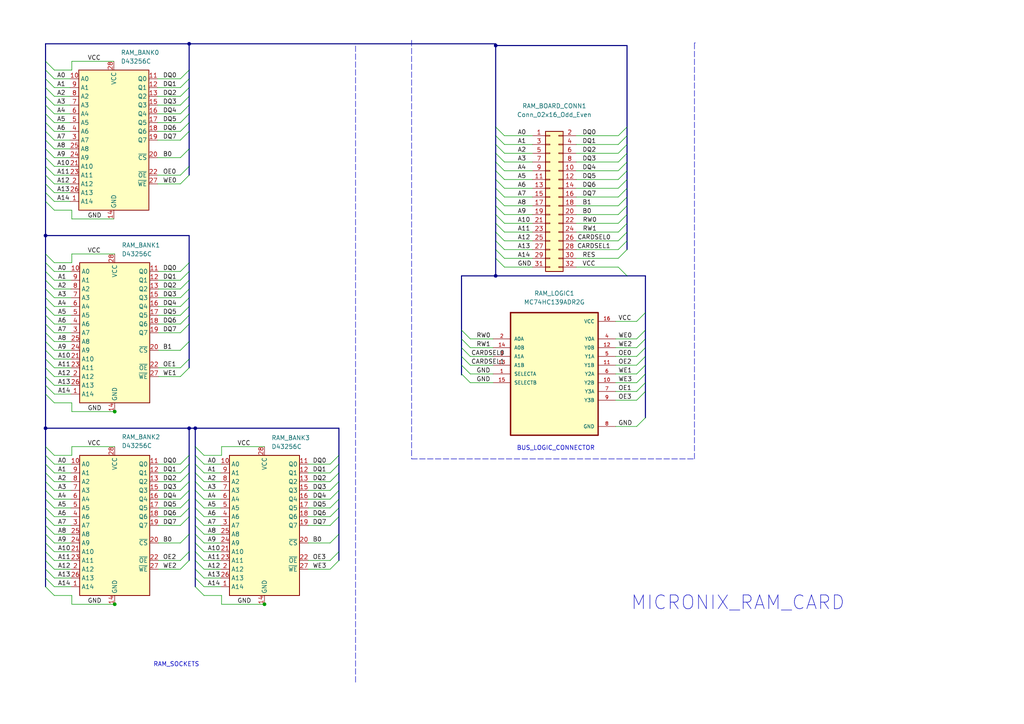
<source format=kicad_sch>
(kicad_sch (version 20211123) (generator eeschema)
  (paper "A4")
  (lib_symbols
    (symbol "Connector_Generic:Conn_02x16_Odd_Even" (pin_names (offset 1.016) hide)
      (property "Reference" "J" (at 1.27 20.32 0))
      (property "Value" "Conn_02x16_Odd_Even" (at 1.27 -22.86 0))
      (symbol "Conn_02x16_Odd_Even_1_1"
        (rectangle (start -1.27 -20.193) (end 0 -20.447) (stroke (width 0.1524)))
        (rectangle (start -1.27 -17.653) (end 0 -17.907) (stroke (width 0.1524)))
        (rectangle (start -1.27 -15.113) (end 0 -15.367) (stroke (width 0.1524)))
        (rectangle (start -1.27 -12.573) (end 0 -12.827) (stroke (width 0.1524)))
        (rectangle (start -1.27 -10.033) (end 0 -10.287) (stroke (width 0.1524)))
        (rectangle (start -1.27 -7.493) (end 0 -7.747) (stroke (width 0.1524)))
        (rectangle (start -1.27 -4.953) (end 0 -5.207) (stroke (width 0.1524)))
        (rectangle (start -1.27 -2.413) (end 0 -2.667) (stroke (width 0.1524)))
        (rectangle (start -1.27 0.127) (end 0 -0.127) (stroke (width 0.1524)))
        (rectangle (start -1.27 2.667) (end 0 2.413) (stroke (width 0.1524)))
        (rectangle (start -1.27 5.207) (end 0 4.953) (stroke (width 0.1524)))
        (rectangle (start -1.27 7.747) (end 0 7.493) (stroke (width 0.1524)))
        (rectangle (start -1.27 10.287) (end 0 10.033) (stroke (width 0.1524)))
        (rectangle (start -1.27 12.827) (end 0 12.573) (stroke (width 0.1524)))
        (rectangle (start -1.27 15.367) (end 0 15.113) (stroke (width 0.1524)))
        (rectangle (start -1.27 17.907) (end 0 17.653) (stroke (width 0.1524)))
        (rectangle (start -1.27 19.05) (end 3.81 -21.59) (stroke (width 0.254)) (fill (type background)))
        (rectangle (start 3.81 -20.193) (end 2.54 -20.447) (stroke (width 0.1524)))
        (rectangle (start 3.81 -17.653) (end 2.54 -17.907) (stroke (width 0.1524)))
        (rectangle (start 3.81 -15.113) (end 2.54 -15.367) (stroke (width 0.1524)))
        (rectangle (start 3.81 -12.573) (end 2.54 -12.827) (stroke (width 0.1524)))
        (rectangle (start 3.81 -10.033) (end 2.54 -10.287) (stroke (width 0.1524)))
        (rectangle (start 3.81 -7.493) (end 2.54 -7.747) (stroke (width 0.1524)))
        (rectangle (start 3.81 -4.953) (end 2.54 -5.207) (stroke (width 0.1524)))
        (rectangle (start 3.81 -2.413) (end 2.54 -2.667) (stroke (width 0.1524)))
        (rectangle (start 3.81 0.127) (end 2.54 -0.127) (stroke (width 0.1524)))
        (rectangle (start 3.81 2.667) (end 2.54 2.413) (stroke (width 0.1524)))
        (rectangle (start 3.81 5.207) (end 2.54 4.953) (stroke (width 0.1524)))
        (rectangle (start 3.81 7.747) (end 2.54 7.493) (stroke (width 0.1524)))
        (rectangle (start 3.81 10.287) (end 2.54 10.033) (stroke (width 0.1524)))
        (rectangle (start 3.81 12.827) (end 2.54 12.573) (stroke (width 0.1524)))
        (rectangle (start 3.81 15.367) (end 2.54 15.113) (stroke (width 0.1524)))
        (rectangle (start 3.81 17.907) (end 2.54 17.653) (stroke (width 0.1524)))
        (pin passive line (at -5.08 17.78 0) (length 3.81) (name "Pin_1") (number "1"))
        (pin passive line (at 7.62 7.62 180) (length 3.81) (name "Pin_10") (number "10"))
        (pin passive line (at -5.08 5.08 0) (length 3.81) (name "Pin_11") (number "11"))
        (pin passive line (at 7.62 5.08 180) (length 3.81) (name "Pin_12") (number "12"))
        (pin passive line (at -5.08 2.54 0) (length 3.81) (name "Pin_13") (number "13"))
        (pin passive line (at 7.62 2.54 180) (length 3.81) (name "Pin_14") (number "14"))
        (pin passive line (at -5.08 0 0) (length 3.81) (name "Pin_15") (number "15"))
        (pin passive line (at 7.62 0 180) (length 3.81) (name "Pin_16") (number "16"))
        (pin passive line (at -5.08 -2.54 0) (length 3.81) (name "Pin_17") (number "17"))
        (pin passive line (at 7.62 -2.54 180) (length 3.81) (name "Pin_18") (number "18"))
        (pin passive line (at -5.08 -5.08 0) (length 3.81) (name "Pin_19") (number "19"))
        (pin passive line (at 7.62 17.78 180) (length 3.81) (name "Pin_2") (number "2"))
        (pin passive line (at 7.62 -5.08 180) (length 3.81) (name "Pin_20") (number "20"))
        (pin passive line (at -5.08 -7.62 0) (length 3.81) (name "Pin_21") (number "21"))
        (pin passive line (at 7.62 -7.62 180) (length 3.81) (name "Pin_22") (number "22"))
        (pin passive line (at -5.08 -10.16 0) (length 3.81) (name "Pin_23") (number "23"))
        (pin passive line (at 7.62 -10.16 180) (length 3.81) (name "Pin_24") (number "24"))
        (pin passive line (at -5.08 -12.7 0) (length 3.81) (name "Pin_25") (number "25"))
        (pin passive line (at 7.62 -12.7 180) (length 3.81) (name "Pin_26") (number "26"))
        (pin passive line (at -5.08 -15.24 0) (length 3.81) (name "Pin_27") (number "27"))
        (pin passive line (at 7.62 -15.24 180) (length 3.81) (name "Pin_28") (number "28"))
        (pin passive line (at -5.08 -17.78 0) (length 3.81) (name "Pin_29") (number "29"))
        (pin passive line (at -5.08 15.24 0) (length 3.81) (name "Pin_3") (number "3"))
        (pin passive line (at 7.62 -17.78 180) (length 3.81) (name "Pin_30") (number "30"))
        (pin passive line (at -5.08 -20.32 0) (length 3.81) (name "Pin_31") (number "31"))
        (pin passive line (at 7.62 -20.32 180) (length 3.81) (name "Pin_32") (number "32"))
        (pin passive line (at 7.62 15.24 180) (length 3.81) (name "Pin_4") (number "4"))
        (pin passive line (at -5.08 12.7 0) (length 3.81) (name "Pin_5") (number "5"))
        (pin passive line (at 7.62 12.7 180) (length 3.81) (name "Pin_6") (number "6"))
        (pin passive line (at -5.08 10.16 0) (length 3.81) (name "Pin_7") (number "7"))
        (pin passive line (at 7.62 10.16 180) (length 3.81) (name "Pin_8") (number "8"))
        (pin passive line (at -5.08 7.62 0) (length 3.81) (name "Pin_9") (number "9"))
      )
    )
    (symbol "MC74HC139ADR2G:MC74HC139ADR2G" (pin_names (offset 1.016))
      (property "Reference" "U" (at -12.7 18.7706 0))
      (property "Value" "MC74HC139ADR2G" (at -12.7 -21.7678 0))
      (symbol "MC74HC139ADR2G_0_0"
        (rectangle (start -12.7 -17.78) (end 12.7 17.78) (stroke (width 0.4064)) (fill (type background)))
        (pin input line (at -17.78 0 0) (length 5.08) (name "SELECTA") (number "1"))
        (pin output line (at 17.78 -2.54 180) (length 5.08) (name "Y2B") (number "10"))
        (pin output line (at 17.78 2.54 180) (length 5.08) (name "Y1B") (number "11"))
        (pin output line (at 17.78 7.62 180) (length 5.08) (name "Y0B") (number "12"))
        (pin input line (at -17.78 2.54 0) (length 5.08) (name "A1B") (number "13"))
        (pin input line (at -17.78 7.62 0) (length 5.08) (name "A0B") (number "14"))
        (pin input line (at -17.78 -2.54 0) (length 5.08) (name "SELECTB") (number "15"))
        (pin power_in line (at 17.78 15.24 180) (length 5.08) (name "VCC") (number "16"))
        (pin input line (at -17.78 10.16 0) (length 5.08) (name "A0A") (number "2"))
        (pin input line (at -17.78 5.08 0) (length 5.08) (name "A1A") (number "3"))
        (pin output line (at 17.78 10.16 180) (length 5.08) (name "Y0A") (number "4"))
        (pin output line (at 17.78 5.08 180) (length 5.08) (name "Y1A") (number "5"))
        (pin output line (at 17.78 0 180) (length 5.08) (name "Y2A") (number "6"))
        (pin output line (at 17.78 -5.08 180) (length 5.08) (name "Y3A") (number "7"))
        (pin power_in line (at 17.78 -15.24 180) (length 5.08) (name "GND") (number "8"))
        (pin output line (at 17.78 -7.62 180) (length 5.08) (name "Y3B") (number "9"))
      )
    )
    (symbol "Memory_RAM:CY62256-70PC"
      (property "Reference" "U" (at -10.16 20.955 0))
      (property "Value" "CY62256-70PC" (at 2.54 20.955 0))
      (symbol "CY62256-70PC_0_0"
        (pin power_in line (at 0 -22.86 90) (length 2.54) (name "GND") (number "14"))
        (pin power_in line (at 0 22.86 270) (length 2.54) (name "VCC") (number "28"))
      )
      (symbol "CY62256-70PC_0_1"
        (rectangle (start -10.16 20.32) (end 10.16 -20.32) (stroke (width 0.254)) (fill (type background)))
      )
      (symbol "CY62256-70PC_1_1"
        (pin input line (at -12.7 -17.78 0) (length 2.54) (name "A14") (number "1"))
        (pin input line (at -12.7 17.78 0) (length 2.54) (name "A0") (number "10"))
        (pin tri_state line (at 12.7 17.78 180) (length 2.54) (name "Q0") (number "11"))
        (pin tri_state line (at 12.7 15.24 180) (length 2.54) (name "Q1") (number "12"))
        (pin tri_state line (at 12.7 12.7 180) (length 2.54) (name "Q2") (number "13"))
        (pin tri_state line (at 12.7 10.16 180) (length 2.54) (name "Q3") (number "15"))
        (pin tri_state line (at 12.7 7.62 180) (length 2.54) (name "Q4") (number "16"))
        (pin tri_state line (at 12.7 5.08 180) (length 2.54) (name "Q5") (number "17"))
        (pin tri_state line (at 12.7 2.54 180) (length 2.54) (name "Q6") (number "18"))
        (pin tri_state line (at 12.7 0 180) (length 2.54) (name "Q7") (number "19"))
        (pin input line (at -12.7 -12.7 0) (length 2.54) (name "A12") (number "2"))
        (pin input line (at 12.7 -5.08 180) (length 2.54) (name "~{CS}") (number "20"))
        (pin input line (at -12.7 -7.62 0) (length 2.54) (name "A10") (number "21"))
        (pin input line (at 12.7 -10.16 180) (length 2.54) (name "~{OE}") (number "22"))
        (pin input line (at -12.7 -10.16 0) (length 2.54) (name "A11") (number "23"))
        (pin input line (at -12.7 -5.08 0) (length 2.54) (name "A9") (number "24"))
        (pin input line (at -12.7 -2.54 0) (length 2.54) (name "A8") (number "25"))
        (pin input line (at -12.7 -15.24 0) (length 2.54) (name "A13") (number "26"))
        (pin input line (at 12.7 -12.7 180) (length 2.54) (name "~{WE}") (number "27"))
        (pin input line (at -12.7 0 0) (length 2.54) (name "A7") (number "3"))
        (pin input line (at -12.7 2.54 0) (length 2.54) (name "A6") (number "4"))
        (pin input line (at -12.7 5.08 0) (length 2.54) (name "A5") (number "5"))
        (pin input line (at -12.7 7.62 0) (length 2.54) (name "A4") (number "6"))
        (pin input line (at -12.7 10.16 0) (length 2.54) (name "A3") (number "7"))
        (pin input line (at -12.7 12.7 0) (length 2.54) (name "A2") (number "8"))
        (pin input line (at -12.7 15.24 0) (length 2.54) (name "A1") (number "9"))
      )
    )
  )
  (junction (at 54.864 124.206))
  (junction (at 13.208 124.206))
  (junction (at 143.764 13.208))
  (junction (at 143.764 80.01))
  (junction (at 33.274 119.38))
  (junction (at 76.708 175.26))
  (junction (at 33.274 175.26))
  (junction (at 54.864 12.7))
  (junction (at 56.642 124.206))
  (junction (at 13.208 68.326))
  (bus_entry (at 13.208 33.02) (size 2.54 2.54))
  (bus_entry (at 52.324 88.9) (size 2.54 -2.54))
  (bus_entry (at 13.208 78.74) (size 2.54 2.54))
  (bus_entry (at 52.324 147.32) (size 2.54 -2.54))
  (bus_entry (at 179.324 77.47) (size 2.54 2.54))
  (bus_entry (at 52.324 83.82) (size 2.54 -2.54))
  (bus_entry (at 56.642 170.18) (size 2.54 2.54))
  (bus_entry (at 13.208 134.62) (size 2.54 2.54))
  (bus_entry (at 52.324 91.44) (size 2.54 -2.54))
  (bus_entry (at 52.324 30.48) (size 2.54 -2.54))
  (bus_entry (at 13.208 101.6) (size 2.54 2.54))
  (bus_entry (at 13.208 91.44) (size 2.54 2.54))
  (bus_entry (at 52.324 144.78) (size 2.54 -2.54))
  (bus_entry (at 13.208 96.52) (size 2.54 2.54))
  (bus_entry (at 13.208 35.56) (size 2.54 2.54))
  (bus_entry (at 13.208 129.54) (size 2.54 2.54))
  (bus_entry (at 13.208 45.72) (size 2.54 2.54))
  (bus_entry (at 95.758 149.86) (size 2.54 -2.54))
  (bus_entry (at 184.658 103.378) (size 2.54 -2.54))
  (bus_entry (at 52.324 50.8) (size 2.54 -2.54))
  (bus_entry (at 52.324 53.34) (size 2.54 -2.54))
  (bus_entry (at 52.324 162.56) (size 2.54 -2.54))
  (bus_entry (at 52.324 165.1) (size 2.54 -2.54))
  (bus_entry (at 95.758 162.56) (size 2.54 -2.54))
  (bus_entry (at 95.758 165.1) (size 2.54 -2.54))
  (bus_entry (at 52.324 109.22) (size 2.54 -2.54))
  (bus_entry (at 13.208 88.9) (size 2.54 2.54))
  (bus_entry (at 52.324 35.56) (size 2.54 -2.54))
  (bus_entry (at 52.324 86.36) (size 2.54 -2.54))
  (bus_entry (at 13.208 81.28) (size 2.54 2.54))
  (bus_entry (at 13.208 48.26) (size 2.54 2.54))
  (bus_entry (at 56.642 129.54) (size 2.54 2.54))
  (bus_entry (at 52.324 22.86) (size 2.54 -2.54))
  (bus_entry (at 13.208 17.78) (size 2.54 2.54))
  (bus_entry (at 13.208 53.34) (size 2.54 2.54))
  (bus_entry (at 143.764 69.85) (size 2.54 2.54))
  (bus_entry (at 52.324 25.4) (size 2.54 -2.54))
  (bus_entry (at 13.208 43.18) (size 2.54 2.54))
  (bus_entry (at 143.764 59.69) (size 2.54 2.54))
  (bus_entry (at 13.208 104.14) (size 2.54 2.54))
  (bus_entry (at 13.208 132.08) (size 2.54 2.54))
  (bus_entry (at 52.324 139.7) (size 2.54 -2.54))
  (bus_entry (at 56.642 137.16) (size 2.54 2.54))
  (bus_entry (at 56.642 144.78) (size 2.54 2.54))
  (bus_entry (at 13.208 160.02) (size 2.54 2.54))
  (bus_entry (at 13.208 93.98) (size 2.54 2.54))
  (bus_entry (at 52.324 93.98) (size 2.54 -2.54))
  (bus_entry (at 13.208 137.16) (size 2.54 2.54))
  (bus_entry (at 143.764 46.99) (size 2.54 2.54))
  (bus_entry (at 13.208 58.42) (size 2.54 2.54))
  (bus_entry (at 13.208 154.94) (size 2.54 2.54))
  (bus_entry (at 143.764 39.37) (size 2.54 2.54))
  (bus_entry (at 56.642 157.48) (size 2.54 2.54))
  (bus_entry (at 52.324 38.1) (size 2.54 -2.54))
  (bus_entry (at 184.658 113.538) (size 2.54 -2.54))
  (bus_entry (at 56.642 154.94) (size 2.54 2.54))
  (bus_entry (at 184.658 105.918) (size 2.54 -2.54))
  (bus_entry (at 179.324 52.07) (size 2.54 -2.54))
  (bus_entry (at 13.208 73.66) (size 2.54 2.54))
  (bus_entry (at 143.764 52.07) (size 2.54 2.54))
  (bus_entry (at 52.324 142.24) (size 2.54 -2.54))
  (bus_entry (at 13.208 162.56) (size 2.54 2.54))
  (bus_entry (at 95.758 137.16) (size 2.54 -2.54))
  (bus_entry (at 13.208 152.4) (size 2.54 2.54))
  (bus_entry (at 52.324 78.74) (size 2.54 -2.54))
  (bus_entry (at 179.324 57.15) (size 2.54 -2.54))
  (bus_entry (at 13.208 147.32) (size 2.54 2.54))
  (bus_entry (at 52.324 45.72) (size 2.54 -2.54))
  (bus_entry (at 52.324 101.6) (size 2.54 -2.54))
  (bus_entry (at 133.858 108.458) (size 2.54 2.54))
  (bus_entry (at 179.324 74.93) (size 2.54 -2.54))
  (bus_entry (at 13.208 114.3) (size 2.54 2.54))
  (bus_entry (at 95.758 144.78) (size 2.54 -2.54))
  (bus_entry (at 143.764 44.45) (size 2.54 2.54))
  (bus_entry (at 133.858 100.838) (size 2.54 2.54))
  (bus_entry (at 133.858 95.758) (size 2.54 2.54))
  (bus_entry (at 184.658 98.298) (size 2.54 -2.54))
  (bus_entry (at 13.208 76.2) (size 2.54 2.54))
  (bus_entry (at 13.208 22.86) (size 2.54 2.54))
  (bus_entry (at 179.324 49.53) (size 2.54 -2.54))
  (bus_entry (at 13.208 142.24) (size 2.54 2.54))
  (bus_entry (at 56.642 149.86) (size 2.54 2.54))
  (bus_entry (at 13.208 170.18) (size 2.54 2.54))
  (bus_entry (at 184.658 93.218) (size 2.54 -2.54))
  (bus_entry (at 143.764 49.53) (size 2.54 2.54))
  (bus_entry (at 143.764 74.93) (size 2.54 2.54))
  (bus_entry (at 52.324 81.28) (size 2.54 -2.54))
  (bus_entry (at 13.208 111.76) (size 2.54 2.54))
  (bus_entry (at 52.324 106.68) (size 2.54 -2.54))
  (bus_entry (at 133.858 98.298) (size 2.54 2.54))
  (bus_entry (at 143.764 57.15) (size 2.54 2.54))
  (bus_entry (at 52.324 33.02) (size 2.54 -2.54))
  (bus_entry (at 143.764 54.61) (size 2.54 2.54))
  (bus_entry (at 56.642 165.1) (size 2.54 2.54))
  (bus_entry (at 143.764 41.91) (size 2.54 2.54))
  (bus_entry (at 52.324 137.16) (size 2.54 -2.54))
  (bus_entry (at 133.858 103.378) (size 2.54 2.54))
  (bus_entry (at 52.324 152.4) (size 2.54 -2.54))
  (bus_entry (at 13.208 86.36) (size 2.54 2.54))
  (bus_entry (at 95.758 157.48) (size 2.54 -2.54))
  (bus_entry (at 56.642 139.7) (size 2.54 2.54))
  (bus_entry (at 56.642 160.02) (size 2.54 2.54))
  (bus_entry (at 13.208 144.78) (size 2.54 2.54))
  (bus_entry (at 179.324 64.77) (size 2.54 -2.54))
  (bus_entry (at 13.208 167.64) (size 2.54 2.54))
  (bus_entry (at 143.764 72.39) (size 2.54 2.54))
  (bus_entry (at 143.764 36.83) (size 2.54 2.54))
  (bus_entry (at 52.324 149.86) (size 2.54 -2.54))
  (bus_entry (at 184.658 116.078) (size 2.54 -2.54))
  (bus_entry (at 179.324 72.39) (size 2.54 -2.54))
  (bus_entry (at 13.208 38.1) (size 2.54 2.54))
  (bus_entry (at 179.324 46.99) (size 2.54 -2.54))
  (bus_entry (at 184.658 123.698) (size 2.54 -2.54))
  (bus_entry (at 179.324 67.31) (size 2.54 -2.54))
  (bus_entry (at 13.208 27.94) (size 2.54 2.54))
  (bus_entry (at 13.208 109.22) (size 2.54 2.54))
  (bus_entry (at 184.658 108.458) (size 2.54 -2.54))
  (bus_entry (at 56.642 152.4) (size 2.54 2.54))
  (bus_entry (at 52.324 40.64) (size 2.54 -2.54))
  (bus_entry (at 13.208 25.4) (size 2.54 2.54))
  (bus_entry (at 13.208 83.82) (size 2.54 2.54))
  (bus_entry (at 133.858 105.918) (size 2.54 2.54))
  (bus_entry (at 95.758 152.4) (size 2.54 -2.54))
  (bus_entry (at 52.324 27.94) (size 2.54 -2.54))
  (bus_entry (at 13.208 55.88) (size 2.54 2.54))
  (bus_entry (at 179.324 41.91) (size 2.54 -2.54))
  (bus_entry (at 179.324 62.23) (size 2.54 -2.54))
  (bus_entry (at 179.324 69.85) (size 2.54 -2.54))
  (bus_entry (at 13.208 106.68) (size 2.54 2.54))
  (bus_entry (at 56.642 134.62) (size 2.54 2.54))
  (bus_entry (at 13.208 165.1) (size 2.54 2.54))
  (bus_entry (at 56.642 162.56) (size 2.54 2.54))
  (bus_entry (at 179.324 39.37) (size 2.54 -2.54))
  (bus_entry (at 143.764 67.31) (size 2.54 2.54))
  (bus_entry (at 143.764 62.23) (size 2.54 2.54))
  (bus_entry (at 13.208 157.48) (size 2.54 2.54))
  (bus_entry (at 56.642 167.64) (size 2.54 2.54))
  (bus_entry (at 52.324 96.52) (size 2.54 -2.54))
  (bus_entry (at 13.208 149.86) (size 2.54 2.54))
  (bus_entry (at 13.208 99.06) (size 2.54 2.54))
  (bus_entry (at 95.758 139.7) (size 2.54 -2.54))
  (bus_entry (at 13.208 139.7) (size 2.54 2.54))
  (bus_entry (at 52.324 157.48) (size 2.54 -2.54))
  (bus_entry (at 95.758 142.24) (size 2.54 -2.54))
  (bus_entry (at 56.642 142.24) (size 2.54 2.54))
  (bus_entry (at 13.208 40.64) (size 2.54 2.54))
  (bus_entry (at 179.324 54.61) (size 2.54 -2.54))
  (bus_entry (at 95.758 134.62) (size 2.54 -2.54))
  (bus_entry (at 179.324 59.69) (size 2.54 -2.54))
  (bus_entry (at 52.324 134.62) (size 2.54 -2.54))
  (bus_entry (at 179.324 44.45) (size 2.54 -2.54))
  (bus_entry (at 184.658 100.838) (size 2.54 -2.54))
  (bus_entry (at 56.642 147.32) (size 2.54 2.54))
  (bus_entry (at 184.658 110.998) (size 2.54 -2.54))
  (bus_entry (at 13.208 20.32) (size 2.54 2.54))
  (bus_entry (at 56.642 132.08) (size 2.54 2.54))
  (bus_entry (at 13.208 50.8) (size 2.54 2.54))
  (bus_entry (at 13.208 30.48) (size 2.54 2.54))
  (bus_entry (at 95.758 147.32) (size 2.54 -2.54))
  (bus_entry (at 143.764 64.77) (size 2.54 2.54))
  (wire (pts (xy 33.274 73.66) (xy 20.828 73.66)))
  (bus (pts (xy 13.208 101.6) (xy 13.208 104.14)))
  (bus (pts (xy 181.864 41.91) (xy 181.864 39.37)))
  (bus (pts (xy 13.208 154.94) (xy 13.208 157.48)))
  (bus (pts (xy 54.864 93.98) (xy 54.864 91.44)))
  (wire (pts (xy 15.748 134.62) (xy 20.574 134.62)))
  (wire (pts (xy 59.182 139.7) (xy 64.008 139.7)))
  (bus (pts (xy 143.764 69.85) (xy 143.764 67.31)))
  (bus (pts (xy 54.864 91.44) (xy 54.864 88.9)))
  (wire (pts (xy 59.182 162.56) (xy 64.008 162.56)))
  (bus (pts (xy 181.864 36.83) (xy 181.864 13.208)))
  (wire (pts (xy 15.748 132.08) (xy 20.828 132.08)))
  (wire (pts (xy 64.262 172.72) (xy 64.262 175.26)))
  (bus (pts (xy 181.864 49.53) (xy 181.864 46.99)))
  (bus (pts (xy 54.864 142.24) (xy 54.864 139.7)))
  (wire (pts (xy 15.748 60.96) (xy 20.828 60.96)))
  (wire (pts (xy 89.408 149.86) (xy 95.758 149.86)))
  (wire (pts (xy 146.304 46.99) (xy 154.432 46.99)))
  (bus (pts (xy 13.208 132.08) (xy 13.208 134.62)))
  (bus (pts (xy 13.208 53.34) (xy 13.208 55.88)))
  (bus (pts (xy 54.864 88.9) (xy 54.864 86.36)))
  (bus (pts (xy 54.864 25.4) (xy 54.864 22.86)))
  (bus (pts (xy 54.864 154.94) (xy 54.864 160.02)))
  (wire (pts (xy 33.274 129.54) (xy 20.828 129.54)))
  (wire (pts (xy 15.748 106.68) (xy 20.574 106.68)))
  (bus (pts (xy 187.198 100.838) (xy 187.198 98.298)))
  (bus (pts (xy 54.864 76.2) (xy 54.864 68.326)))
  (bus (pts (xy 56.642 154.94) (xy 56.642 157.48)))
  (wire (pts (xy 20.828 17.78) (xy 20.828 20.32)))
  (bus (pts (xy 181.864 52.07) (xy 181.864 54.61)))
  (wire (pts (xy 15.748 45.72) (xy 20.32 45.72)))
  (bus (pts (xy 13.208 35.56) (xy 13.208 38.1)))
  (wire (pts (xy 20.828 119.38) (xy 33.274 119.38)))
  (wire (pts (xy 45.974 137.16) (xy 52.324 137.16)))
  (wire (pts (xy 89.408 152.4) (xy 95.758 152.4)))
  (bus (pts (xy 56.642 124.206) (xy 56.642 129.54)))
  (wire (pts (xy 146.304 49.53) (xy 154.432 49.53)))
  (wire (pts (xy 146.304 41.91) (xy 154.432 41.91)))
  (bus (pts (xy 133.858 80.01) (xy 133.858 95.758)))
  (polyline (pts (xy 119.38 11.684) (xy 119.38 133.096)))
  (bus (pts (xy 98.298 154.94) (xy 98.298 160.02)))
  (wire (pts (xy 15.748 144.78) (xy 20.574 144.78)))
  (bus (pts (xy 56.642 160.02) (xy 56.642 162.56)))
  (bus (pts (xy 54.864 139.7) (xy 54.864 137.16)))
  (wire (pts (xy 59.182 160.02) (xy 64.008 160.02)))
  (bus (pts (xy 54.864 86.36) (xy 54.864 83.82)))
  (wire (pts (xy 59.182 157.48) (xy 64.008 157.48)))
  (bus (pts (xy 56.642 165.1) (xy 56.642 167.64)))
  (bus (pts (xy 13.208 27.94) (xy 13.208 30.48)))
  (wire (pts (xy 59.182 172.72) (xy 64.262 172.72)))
  (wire (pts (xy 146.304 69.85) (xy 154.432 69.85)))
  (bus (pts (xy 13.208 106.68) (xy 13.208 109.22)))
  (wire (pts (xy 146.304 64.77) (xy 154.432 64.77)))
  (bus (pts (xy 187.198 108.458) (xy 187.198 105.918)))
  (bus (pts (xy 98.298 134.62) (xy 98.298 132.08)))
  (bus (pts (xy 133.858 95.758) (xy 133.858 98.298)))
  (wire (pts (xy 178.562 105.918) (xy 184.658 105.918)))
  (bus (pts (xy 98.298 139.7) (xy 98.298 137.16)))
  (bus (pts (xy 98.298 124.206) (xy 56.642 124.206)))
  (wire (pts (xy 15.748 58.42) (xy 20.32 58.42)))
  (bus (pts (xy 54.864 99.06) (xy 54.864 104.14)))
  (bus (pts (xy 56.642 129.54) (xy 56.642 132.08)))
  (wire (pts (xy 167.132 74.93) (xy 179.324 74.93)))
  (bus (pts (xy 13.208 73.66) (xy 13.208 76.2)))
  (bus (pts (xy 143.764 62.23) (xy 143.764 59.69)))
  (bus (pts (xy 54.864 48.26) (xy 54.864 50.8)))
  (wire (pts (xy 89.408 165.1) (xy 95.758 165.1)))
  (bus (pts (xy 56.642 147.32) (xy 56.642 149.86)))
  (bus (pts (xy 133.858 98.298) (xy 133.858 100.838)))
  (wire (pts (xy 59.182 170.18) (xy 64.008 170.18)))
  (bus (pts (xy 13.208 58.42) (xy 13.208 68.326)))
  (bus (pts (xy 13.208 17.78) (xy 13.208 20.32)))
  (bus (pts (xy 54.864 68.326) (xy 13.208 68.326)))
  (bus (pts (xy 98.298 160.02) (xy 98.298 162.56)))
  (wire (pts (xy 45.974 101.6) (xy 52.324 101.6)))
  (bus (pts (xy 98.298 137.16) (xy 98.298 134.62)))
  (bus (pts (xy 143.764 41.91) (xy 143.764 39.37)))
  (polyline (pts (xy 201.422 12.446) (xy 201.676 12.446)))
  (wire (pts (xy 45.974 81.28) (xy 52.324 81.28)))
  (wire (pts (xy 45.974 157.48) (xy 52.324 157.48)))
  (bus (pts (xy 13.208 139.7) (xy 13.208 142.24)))
  (wire (pts (xy 45.974 91.44) (xy 52.324 91.44)))
  (wire (pts (xy 178.562 100.838) (xy 184.658 100.838)))
  (bus (pts (xy 13.208 68.326) (xy 13.208 73.66)))
  (wire (pts (xy 45.72 30.48) (xy 52.324 30.48)))
  (wire (pts (xy 15.748 53.34) (xy 20.32 53.34)))
  (bus (pts (xy 13.208 149.86) (xy 13.208 152.4)))
  (bus (pts (xy 143.764 80.01) (xy 181.864 80.01)))
  (wire (pts (xy 178.562 110.998) (xy 184.658 110.998)))
  (bus (pts (xy 54.864 147.32) (xy 54.864 144.78)))
  (bus (pts (xy 181.864 57.15) (xy 181.864 59.69)))
  (wire (pts (xy 59.182 152.4) (xy 64.008 152.4)))
  (wire (pts (xy 15.748 96.52) (xy 20.574 96.52)))
  (wire (pts (xy 15.748 91.44) (xy 20.574 91.44)))
  (wire (pts (xy 59.182 165.1) (xy 64.008 165.1)))
  (wire (pts (xy 45.72 45.72) (xy 52.324 45.72)))
  (bus (pts (xy 56.642 134.62) (xy 56.642 137.16)))
  (wire (pts (xy 33.274 175.26) (xy 33.528 175.26)))
  (bus (pts (xy 54.864 27.94) (xy 54.864 25.4)))
  (bus (pts (xy 54.864 93.98) (xy 54.864 99.06)))
  (wire (pts (xy 89.408 134.62) (xy 95.758 134.62)))
  (wire (pts (xy 15.748 40.64) (xy 20.32 40.64)))
  (bus (pts (xy 13.208 99.06) (xy 13.208 101.6)))
  (wire (pts (xy 15.748 25.4) (xy 20.32 25.4)))
  (bus (pts (xy 181.864 46.99) (xy 181.864 44.45)))
  (bus (pts (xy 143.764 13.208) (xy 143.764 36.83)))
  (bus (pts (xy 13.208 147.32) (xy 13.208 149.86)))
  (bus (pts (xy 54.864 124.206) (xy 56.642 124.206)))
  (wire (pts (xy 45.72 33.02) (xy 52.324 33.02)))
  (wire (pts (xy 20.828 73.66) (xy 20.828 76.2)))
  (wire (pts (xy 15.748 86.36) (xy 20.574 86.36)))
  (bus (pts (xy 13.208 81.28) (xy 13.208 83.82)))
  (wire (pts (xy 178.562 123.698) (xy 184.658 123.698)))
  (wire (pts (xy 136.398 108.458) (xy 143.002 108.458)))
  (wire (pts (xy 45.974 152.4) (xy 52.324 152.4)))
  (bus (pts (xy 133.858 108.458) (xy 133.858 108.712)))
  (wire (pts (xy 146.304 77.47) (xy 154.432 77.47)))
  (bus (pts (xy 181.864 54.61) (xy 181.864 57.15)))
  (bus (pts (xy 54.864 81.28) (xy 54.864 78.74)))
  (bus (pts (xy 143.764 12.7) (xy 143.764 13.208)))
  (bus (pts (xy 54.864 144.78) (xy 54.864 142.24)))
  (bus (pts (xy 13.208 124.206) (xy 13.208 129.54)))
  (bus (pts (xy 13.208 104.14) (xy 13.208 106.68)))
  (bus (pts (xy 98.298 142.24) (xy 98.298 139.7)))
  (wire (pts (xy 59.182 144.78) (xy 64.008 144.78)))
  (bus (pts (xy 98.298 132.08) (xy 98.298 124.206)))
  (bus (pts (xy 187.198 110.998) (xy 187.198 108.458)))
  (wire (pts (xy 167.132 39.37) (xy 179.324 39.37)))
  (bus (pts (xy 13.208 38.1) (xy 13.208 40.64)))
  (bus (pts (xy 13.208 165.1) (xy 13.208 167.64)))
  (wire (pts (xy 167.132 67.31) (xy 179.324 67.31)))
  (bus (pts (xy 13.208 43.18) (xy 13.208 45.72)))
  (wire (pts (xy 15.748 30.48) (xy 20.32 30.48)))
  (bus (pts (xy 13.208 167.64) (xy 13.208 170.18)))
  (bus (pts (xy 98.298 149.86) (xy 98.298 147.32)))
  (wire (pts (xy 15.748 114.3) (xy 20.574 114.3)))
  (wire (pts (xy 15.748 22.86) (xy 20.32 22.86)))
  (bus (pts (xy 143.764 54.61) (xy 143.764 52.07)))
  (bus (pts (xy 56.642 139.7) (xy 56.642 142.24)))
  (bus (pts (xy 13.208 96.52) (xy 13.208 99.06)))
  (wire (pts (xy 167.132 77.47) (xy 179.324 77.47)))
  (bus (pts (xy 143.764 57.15) (xy 143.764 54.61)))
  (bus (pts (xy 13.208 40.64) (xy 13.208 43.18)))
  (wire (pts (xy 15.748 162.56) (xy 20.574 162.56)))
  (bus (pts (xy 54.864 104.14) (xy 54.864 106.68)))
  (wire (pts (xy 20.828 129.54) (xy 20.828 132.08)))
  (wire (pts (xy 15.748 20.32) (xy 20.828 20.32)))
  (bus (pts (xy 13.208 30.48) (xy 13.208 33.02)))
  (bus (pts (xy 13.208 152.4) (xy 13.208 154.94)))
  (wire (pts (xy 178.562 116.078) (xy 184.658 116.078)))
  (bus (pts (xy 13.208 25.4) (xy 13.208 27.94)))
  (bus (pts (xy 56.642 152.4) (xy 56.642 154.94)))
  (bus (pts (xy 187.198 95.758) (xy 187.198 90.678)))
  (wire (pts (xy 20.828 63.5) (xy 20.828 60.96)))
  (wire (pts (xy 45.72 53.34) (xy 52.324 53.34)))
  (wire (pts (xy 15.748 93.98) (xy 20.574 93.98)))
  (wire (pts (xy 15.748 160.02) (xy 20.574 160.02)))
  (bus (pts (xy 13.208 109.22) (xy 13.208 111.76)))
  (wire (pts (xy 33.02 63.5) (xy 20.828 63.5)))
  (bus (pts (xy 54.864 78.74) (xy 54.864 76.2)))
  (wire (pts (xy 45.72 35.56) (xy 52.324 35.56)))
  (wire (pts (xy 15.748 109.22) (xy 20.574 109.22)))
  (wire (pts (xy 167.132 52.07) (xy 179.324 52.07)))
  (polyline (pts (xy 102.616 12.7) (xy 103.124 12.7)))
  (wire (pts (xy 146.304 62.23) (xy 154.432 62.23)))
  (bus (pts (xy 56.642 167.64) (xy 56.642 170.18)))
  (wire (pts (xy 167.132 54.61) (xy 179.324 54.61)))
  (wire (pts (xy 45.974 144.78) (xy 52.324 144.78)))
  (bus (pts (xy 13.208 129.54) (xy 13.208 132.08)))
  (wire (pts (xy 15.748 170.18) (xy 20.574 170.18)))
  (bus (pts (xy 181.864 59.69) (xy 181.864 62.23)))
  (bus (pts (xy 187.198 121.158) (xy 187.198 113.538)))
  (polyline (pts (xy 119.38 133.096) (xy 201.422 133.096)))
  (wire (pts (xy 59.182 149.86) (xy 64.008 149.86)))
  (polyline (pts (xy 201.422 133.096) (xy 201.422 12.446)))
  (bus (pts (xy 98.298 149.86) (xy 98.298 154.94)))
  (wire (pts (xy 76.708 129.54) (xy 64.262 129.54)))
  (bus (pts (xy 143.764 39.37) (xy 143.764 36.83)))
  (wire (pts (xy 89.408 157.48) (xy 95.758 157.48)))
  (bus (pts (xy 54.864 33.02) (xy 54.864 30.48)))
  (wire (pts (xy 76.708 175.26) (xy 76.962 175.26)))
  (wire (pts (xy 136.398 100.838) (xy 143.002 100.838)))
  (wire (pts (xy 45.974 78.74) (xy 52.324 78.74)))
  (wire (pts (xy 15.748 165.1) (xy 20.574 165.1)))
  (wire (pts (xy 45.974 165.1) (xy 52.324 165.1)))
  (wire (pts (xy 146.304 57.15) (xy 154.432 57.15)))
  (bus (pts (xy 133.858 80.01) (xy 143.764 80.01)))
  (wire (pts (xy 136.398 98.298) (xy 143.002 98.298)))
  (bus (pts (xy 13.208 111.76) (xy 13.208 114.3)))
  (bus (pts (xy 13.208 162.56) (xy 13.208 165.1)))
  (wire (pts (xy 59.182 142.24) (xy 64.008 142.24)))
  (bus (pts (xy 13.208 114.3) (xy 13.208 124.206)))
  (bus (pts (xy 54.864 132.08) (xy 54.864 124.206)))
  (wire (pts (xy 178.562 93.218) (xy 184.658 93.218)))
  (wire (pts (xy 64.262 129.54) (xy 64.262 132.08)))
  (wire (pts (xy 33.02 17.78) (xy 20.828 17.78)))
  (wire (pts (xy 59.182 147.32) (xy 64.008 147.32)))
  (bus (pts (xy 54.864 134.62) (xy 54.864 132.08)))
  (bus (pts (xy 13.208 12.7) (xy 13.208 17.78)))
  (wire (pts (xy 45.974 96.52) (xy 52.324 96.52)))
  (bus (pts (xy 133.858 105.918) (xy 133.858 108.458)))
  (wire (pts (xy 15.748 76.2) (xy 20.828 76.2)))
  (bus (pts (xy 181.864 52.07) (xy 181.864 49.53)))
  (wire (pts (xy 45.974 162.56) (xy 52.324 162.56)))
  (wire (pts (xy 15.748 137.16) (xy 20.574 137.16)))
  (wire (pts (xy 45.974 93.98) (xy 52.324 93.98)))
  (bus (pts (xy 187.198 98.298) (xy 187.198 95.758)))
  (bus (pts (xy 54.864 30.48) (xy 54.864 27.94)))
  (bus (pts (xy 13.208 76.2) (xy 13.208 78.74)))
  (bus (pts (xy 181.864 39.37) (xy 181.864 36.83)))
  (bus (pts (xy 56.642 132.08) (xy 56.642 134.62)))
  (wire (pts (xy 15.748 83.82) (xy 20.574 83.82)))
  (wire (pts (xy 146.304 44.45) (xy 154.432 44.45)))
  (wire (pts (xy 45.974 142.24) (xy 52.324 142.24)))
  (bus (pts (xy 13.208 142.24) (xy 13.208 144.78)))
  (wire (pts (xy 146.304 39.37) (xy 154.432 39.37)))
  (wire (pts (xy 15.748 104.14) (xy 20.574 104.14)))
  (wire (pts (xy 136.398 103.378) (xy 143.002 103.378)))
  (wire (pts (xy 15.748 43.18) (xy 20.32 43.18)))
  (wire (pts (xy 15.748 152.4) (xy 20.574 152.4)))
  (wire (pts (xy 178.562 98.298) (xy 184.658 98.298)))
  (bus (pts (xy 181.864 62.23) (xy 181.864 64.77)))
  (wire (pts (xy 20.828 116.84) (xy 20.828 119.38)))
  (bus (pts (xy 13.208 48.26) (xy 13.208 50.8)))
  (wire (pts (xy 15.748 48.26) (xy 20.32 48.26)))
  (bus (pts (xy 143.764 64.77) (xy 143.764 62.23)))
  (bus (pts (xy 13.208 86.36) (xy 13.208 88.9)))
  (wire (pts (xy 167.132 44.45) (xy 179.324 44.45)))
  (bus (pts (xy 56.642 162.56) (xy 56.642 165.1)))
  (wire (pts (xy 146.304 74.93) (xy 154.432 74.93)))
  (wire (pts (xy 167.132 69.85) (xy 179.324 69.85)))
  (wire (pts (xy 89.408 139.7) (xy 95.758 139.7)))
  (bus (pts (xy 143.764 59.69) (xy 143.764 57.15)))
  (bus (pts (xy 56.642 157.48) (xy 56.642 160.02)))
  (bus (pts (xy 187.198 105.918) (xy 187.198 103.378)))
  (wire (pts (xy 178.562 113.538) (xy 184.658 113.538)))
  (bus (pts (xy 143.764 67.31) (xy 143.764 64.77)))
  (wire (pts (xy 146.304 72.39) (xy 154.432 72.39)))
  (bus (pts (xy 54.864 12.7) (xy 143.764 12.7)))
  (bus (pts (xy 13.208 137.16) (xy 13.208 139.7)))
  (wire (pts (xy 45.72 27.94) (xy 52.324 27.94)))
  (wire (pts (xy 45.72 38.1) (xy 52.324 38.1)))
  (wire (pts (xy 45.72 22.86) (xy 52.324 22.86)))
  (wire (pts (xy 136.398 110.998) (xy 143.002 110.998)))
  (bus (pts (xy 181.864 67.31) (xy 181.864 69.85)))
  (bus (pts (xy 143.764 52.07) (xy 143.764 49.53)))
  (wire (pts (xy 15.748 27.94) (xy 20.32 27.94)))
  (bus (pts (xy 54.864 137.16) (xy 54.864 134.62)))
  (bus (pts (xy 54.864 35.56) (xy 54.864 33.02)))
  (polyline (pts (xy 103.124 197.866) (xy 103.124 12.7)))
  (wire (pts (xy 89.408 137.16) (xy 95.758 137.16)))
  (wire (pts (xy 59.182 134.62) (xy 64.008 134.62)))
  (wire (pts (xy 15.748 139.7) (xy 20.574 139.7)))
  (wire (pts (xy 45.974 109.22) (xy 52.324 109.22)))
  (wire (pts (xy 45.72 50.8) (xy 52.324 50.8)))
  (bus (pts (xy 54.864 124.206) (xy 13.208 124.206)))
  (wire (pts (xy 146.304 59.69) (xy 154.432 59.69)))
  (bus (pts (xy 54.864 149.86) (xy 54.864 154.94)))
  (bus (pts (xy 13.208 78.74) (xy 13.208 81.28)))
  (bus (pts (xy 181.864 69.85) (xy 181.864 72.39)))
  (wire (pts (xy 45.974 149.86) (xy 52.324 149.86)))
  (wire (pts (xy 45.974 147.32) (xy 52.324 147.32)))
  (bus (pts (xy 13.208 91.44) (xy 13.208 93.98)))
  (wire (pts (xy 15.748 101.6) (xy 20.574 101.6)))
  (wire (pts (xy 15.748 38.1) (xy 20.32 38.1)))
  (wire (pts (xy 45.974 83.82) (xy 52.324 83.82)))
  (wire (pts (xy 167.132 49.53) (xy 179.324 49.53)))
  (wire (pts (xy 136.398 105.918) (xy 143.002 105.918)))
  (bus (pts (xy 13.208 45.72) (xy 13.208 48.26)))
  (wire (pts (xy 59.182 154.94) (xy 64.008 154.94)))
  (bus (pts (xy 13.208 134.62) (xy 13.208 137.16)))
  (wire (pts (xy 146.304 54.61) (xy 154.432 54.61)))
  (wire (pts (xy 45.72 40.64) (xy 52.324 40.64)))
  (wire (pts (xy 167.132 62.23) (xy 179.324 62.23)))
  (wire (pts (xy 20.828 172.72) (xy 20.828 175.26)))
  (bus (pts (xy 13.208 83.82) (xy 13.208 86.36)))
  (bus (pts (xy 143.764 44.45) (xy 143.764 41.91)))
  (wire (pts (xy 15.748 167.64) (xy 20.574 167.64)))
  (wire (pts (xy 59.182 132.08) (xy 64.262 132.08)))
  (wire (pts (xy 146.304 52.07) (xy 154.432 52.07)))
  (wire (pts (xy 15.748 142.24) (xy 20.574 142.24)))
  (bus (pts (xy 13.208 33.02) (xy 13.208 35.56)))
  (wire (pts (xy 45.974 106.68) (xy 52.324 106.68)))
  (bus (pts (xy 54.864 22.86) (xy 54.864 20.32)))
  (bus (pts (xy 13.208 93.98) (xy 13.208 96.52)))
  (bus (pts (xy 98.298 144.78) (xy 98.298 142.24)))
  (bus (pts (xy 13.208 160.02) (xy 13.208 162.56)))
  (wire (pts (xy 167.132 57.15) (xy 179.324 57.15)))
  (bus (pts (xy 13.208 157.48) (xy 13.208 160.02)))
  (wire (pts (xy 15.748 147.32) (xy 20.574 147.32)))
  (bus (pts (xy 13.208 50.8) (xy 13.208 53.34)))
  (wire (pts (xy 167.132 41.91) (xy 179.324 41.91)))
  (wire (pts (xy 15.748 81.28) (xy 20.574 81.28)))
  (bus (pts (xy 54.864 43.18) (xy 54.864 48.26)))
  (bus (pts (xy 143.764 80.01) (xy 143.764 74.93)))
  (wire (pts (xy 15.748 88.9) (xy 20.574 88.9)))
  (wire (pts (xy 15.748 35.56) (xy 20.32 35.56)))
  (bus (pts (xy 13.208 20.32) (xy 13.208 22.86)))
  (wire (pts (xy 64.262 175.26) (xy 76.708 175.26)))
  (bus (pts (xy 143.764 72.39) (xy 143.764 74.93)))
  (bus (pts (xy 54.864 38.1) (xy 54.864 35.56)))
  (wire (pts (xy 15.748 99.06) (xy 20.574 99.06)))
  (bus (pts (xy 13.208 88.9) (xy 13.208 91.44)))
  (bus (pts (xy 187.198 80.01) (xy 181.864 80.01)))
  (wire (pts (xy 15.748 172.72) (xy 20.828 172.72)))
  (bus (pts (xy 54.864 160.02) (xy 54.864 162.56)))
  (wire (pts (xy 89.408 144.78) (xy 95.758 144.78)))
  (bus (pts (xy 56.642 137.16) (xy 56.642 139.7)))
  (wire (pts (xy 45.974 88.9) (xy 52.324 88.9)))
  (wire (pts (xy 15.748 33.02) (xy 20.32 33.02)))
  (bus (pts (xy 54.864 38.1) (xy 54.864 43.18)))
  (bus (pts (xy 133.858 103.378) (xy 133.858 105.918)))
  (bus (pts (xy 13.208 22.86) (xy 13.208 25.4)))
  (wire (pts (xy 167.132 72.39) (xy 179.324 72.39)))
  (bus (pts (xy 56.642 149.86) (xy 56.642 152.4)))
  (bus (pts (xy 54.864 83.82) (xy 54.864 81.28)))
  (bus (pts (xy 133.858 100.838) (xy 133.858 103.378)))
  (wire (pts (xy 15.748 157.48) (xy 20.574 157.48)))
  (bus (pts (xy 56.642 144.78) (xy 56.642 147.32)))
  (bus (pts (xy 13.208 55.88) (xy 13.208 58.42)))
  (bus (pts (xy 143.764 49.53) (xy 143.764 46.99)))
  (bus (pts (xy 54.864 149.86) (xy 54.864 147.32)))
  (wire (pts (xy 45.974 139.7) (xy 52.324 139.7)))
  (wire (pts (xy 89.408 142.24) (xy 95.758 142.24)))
  (bus (pts (xy 181.864 13.208) (xy 143.764 13.208)))
  (bus (pts (xy 54.864 20.32) (xy 54.864 12.7)))
  (bus (pts (xy 56.642 142.24) (xy 56.642 144.78)))
  (wire (pts (xy 15.748 55.88) (xy 20.32 55.88)))
  (wire (pts (xy 167.132 59.69) (xy 179.324 59.69)))
  (wire (pts (xy 45.974 86.36) (xy 52.324 86.36)))
  (bus (pts (xy 187.198 90.678) (xy 187.198 80.01)))
  (wire (pts (xy 167.132 64.77) (xy 179.324 64.77)))
  (bus (pts (xy 13.208 144.78) (xy 13.208 147.32)))
  (bus (pts (xy 181.864 44.45) (xy 181.864 41.91)))
  (wire (pts (xy 15.748 78.74) (xy 20.574 78.74)))
  (bus (pts (xy 143.764 72.39) (xy 143.764 69.85)))
  (wire (pts (xy 146.304 67.31) (xy 154.432 67.31)))
  (wire (pts (xy 15.748 149.86) (xy 20.574 149.86)))
  (wire (pts (xy 89.408 162.56) (xy 95.758 162.56)))
  (wire (pts (xy 59.182 167.64) (xy 64.008 167.64)))
  (wire (pts (xy 15.748 50.8) (xy 20.32 50.8)))
  (wire (pts (xy 178.562 103.378) (xy 184.658 103.378)))
  (bus (pts (xy 143.764 46.99) (xy 143.764 44.45)))
  (wire (pts (xy 33.274 119.38) (xy 33.528 119.38)))
  (wire (pts (xy 59.182 137.16) (xy 64.008 137.16)))
  (bus (pts (xy 54.864 12.7) (xy 13.208 12.7)))
  (wire (pts (xy 178.562 108.458) (xy 184.658 108.458)))
  (bus (pts (xy 181.864 64.77) (xy 181.864 67.31)))
  (wire (pts (xy 45.974 134.62) (xy 52.324 134.62)))
  (wire (pts (xy 20.828 175.26) (xy 33.274 175.26)))
  (wire (pts (xy 15.748 111.76) (xy 20.574 111.76)))
  (bus (pts (xy 187.198 103.378) (xy 187.198 100.838)))
  (bus (pts (xy 187.198 113.538) (xy 187.198 110.998)))
  (wire (pts (xy 45.72 25.4) (xy 52.324 25.4)))
  (bus (pts (xy 98.298 147.32) (xy 98.298 144.78)))
  (wire (pts (xy 15.748 116.84) (xy 20.828 116.84)))
  (wire (pts (xy 15.748 154.94) (xy 20.574 154.94)))
  (wire (pts (xy 167.132 46.99) (xy 179.324 46.99)))
  (wire (pts (xy 89.408 147.32) (xy 95.758 147.32)))
  (text "RAM_SOCKETS\n" (at 44.45 193.548 0) (effects (font (size 1.27 1.27)) (justify left bottom)))
  (text "MICRONIX_RAM_CARD" (at 182.88 177.292 0) (effects (font (size 4 4)) (justify left bottom)))
  (text "BUS_LOGIC_CONNECTOR\n" (at 149.86 130.81 0) (effects (font (size 1.27 1.27)) (justify left bottom)))
  (label "CARDSEL1" (at 167.386 72.39 0))
  (label "A12" (at 16.764 109.22 0))
  (label "A4" (at 60.198 144.78 0))
  (label "DQ2" (at 90.678 139.7 0))
  (label "DQ1" (at 90.678 137.16 0))
  (label "A4" (at 150.114 49.53 0))
  (label "VCC" (at 25.4 17.78 0))
  (label "DQ7" (at 90.678 152.4 0))
  (label "DQ0" (at 90.678 134.62 0))
  (label "OE1" (at 47.244 106.68 0))
  (label "A9" (at 150.114 62.23 0))
  (label "WE1" (at 47.244 109.22 0))
  (label "B0" (at 90.678 157.48 0))
  (label "A0" (at 150.114 39.37 0))
  (label "DQ3" (at 168.91 46.99 0))
  (label "GND" (at 150.114 77.47 0))
  (label "A6" (at 16.764 149.86 0))
  (label "DQ7" (at 168.91 57.15 0))
  (label "OE0" (at 179.324 103.378 0))
  (label "VCC" (at 179.324 93.218 0))
  (label "A8" (at 150.114 59.69 0))
  (label "DQ2" (at 47.244 139.7 0))
  (label "RW0" (at 138.176 98.298 0))
  (label "GND" (at 68.834 175.26 0))
  (label "GND" (at 179.324 123.698 0))
  (label "DQ5" (at 47.244 91.44 0))
  (label "DQ6" (at 168.91 54.61 0))
  (label "A5" (at 16.764 91.44 0))
  (label "A5" (at 150.114 52.07 0))
  (label "A6" (at 60.198 149.86 0))
  (label "A11" (at 16.764 106.68 0))
  (label "A11" (at 16.51 50.8 0))
  (label "A14" (at 150.114 74.93 0))
  (label "A14" (at 16.764 114.3 0))
  (label "DQ7" (at 47.244 152.4 0))
  (label "A2" (at 60.198 139.7 0))
  (label "A12" (at 60.198 165.1 0))
  (label "RES" (at 168.91 74.93 0))
  (label "A12" (at 16.51 53.34 0))
  (label "A0" (at 60.198 134.62 0))
  (label "A2" (at 150.114 44.45 0))
  (label "A8" (at 16.51 43.18 0))
  (label "A14" (at 60.198 170.18 0))
  (label "WE1" (at 179.324 108.458 0))
  (label "A1" (at 16.764 81.28 0))
  (label "DQ3" (at 47.244 142.24 0))
  (label "A4" (at 16.764 88.9 0))
  (label "A0" (at 16.764 78.74 0))
  (label "DQ6" (at 90.678 149.86 0))
  (label "A6" (at 16.764 93.98 0))
  (label "DQ6" (at 47.244 38.1 0))
  (label "DQ1" (at 47.244 81.28 0))
  (label "WE3" (at 179.324 110.998 0))
  (label "A9" (at 16.764 157.48 0))
  (label "DQ5" (at 90.678 147.32 0))
  (label "WE2" (at 179.324 100.838 0))
  (label "A1" (at 16.51 25.4 0))
  (label "DQ0" (at 47.244 22.86 0))
  (label "DQ2" (at 168.91 44.45 0))
  (label "DQ1" (at 168.91 41.91 0))
  (label "DQ5" (at 47.244 35.56 0))
  (label "A14" (at 16.51 58.42 0))
  (label "A3" (at 16.764 142.24 0))
  (label "DQ3" (at 47.244 86.36 0))
  (label "A7" (at 16.764 152.4 0))
  (label "A10" (at 150.114 64.77 0))
  (label "A13" (at 16.764 167.64 0))
  (label "GND" (at 25.4 63.5 0))
  (label "A5" (at 16.764 147.32 0))
  (label "A12" (at 150.114 69.85 0))
  (label "RW1" (at 168.9886 67.31 0))
  (label "A3" (at 150.114 46.99 0))
  (label "OE1" (at 179.324 113.538 0))
  (label "A5" (at 60.198 147.32 0))
  (label "VCC" (at 25.4 73.66 0))
  (label "DQ6" (at 47.244 93.98 0))
  (label "A7" (at 150.114 57.15 0))
  (label "A6" (at 150.114 54.61 0))
  (label "CARDSEL1" (at 136.652 105.918 0))
  (label "DQ4" (at 47.244 88.9 0))
  (label "A13" (at 150.114 72.39 0))
  (label "A11" (at 60.198 162.56 0))
  (label "GND" (at 138.176 110.998 0))
  (label "CARDSEL0" (at 136.652 103.378 0))
  (label "A10" (at 16.51 48.26 0))
  (label "A7" (at 16.764 96.52 0))
  (label "DQ7" (at 47.244 40.64 0))
  (label "B0" (at 47.244 45.72 0))
  (label "A4" (at 16.51 33.02 0))
  (label "CARDSEL0" (at 167.4646 69.85 0))
  (label "B1" (at 168.91 59.69 0))
  (label "A0" (at 16.51 22.86 0))
  (label "DQ3" (at 47.244 30.48 0))
  (label "DQ3" (at 90.678 142.24 0))
  (label "DQ1" (at 47.244 137.16 0))
  (label "A3" (at 60.198 142.24 0))
  (label "RW1" (at 138.176 100.838 0))
  (label "DQ2" (at 47.244 27.94 0))
  (label "A3" (at 16.764 86.36 0))
  (label "B1" (at 47.244 101.6 0))
  (label "WE3" (at 90.678 165.1 0))
  (label "OE2" (at 179.324 105.918 0))
  (label "VCC" (at 25.4 129.54 0))
  (label "A7" (at 16.51 40.64 0))
  (label "GND" (at 138.176 108.458 0))
  (label "RW0" (at 168.9886 64.77 0))
  (label "A12" (at 16.764 165.1 0))
  (label "DQ6" (at 47.244 149.86 0))
  (label "OE2" (at 47.244 162.56 0))
  (label "A3" (at 16.51 30.48 0))
  (label "OE3" (at 179.324 116.078 0))
  (label "A14" (at 16.764 170.18 0))
  (label "DQ5" (at 168.91 52.07 0))
  (label "A11" (at 16.764 162.56 0))
  (label "DQ0" (at 47.244 134.62 0))
  (label "A13" (at 60.198 167.64 0))
  (label "A8" (at 16.764 154.94 0))
  (label "VCC" (at 168.91 77.47 0))
  (label "DQ5" (at 47.244 147.32 0))
  (label "B0" (at 47.244 157.48 0))
  (label "DQ2" (at 47.244 83.82 0))
  (label "A9" (at 16.764 101.6 0))
  (label "A13" (at 16.51 55.88 0))
  (label "A6" (at 16.51 38.1 0))
  (label "GND" (at 25.4 175.26 0))
  (label "DQ4" (at 47.244 33.02 0))
  (label "DQ0" (at 47.244 78.74 0))
  (label "DQ1" (at 47.244 25.4 0))
  (label "A13" (at 16.764 111.76 0))
  (label "DQ7" (at 47.244 96.52 0))
  (label "A2" (at 16.764 139.7 0))
  (label "A2" (at 16.764 83.82 0))
  (label "A11" (at 150.114 67.31 0))
  (label "A9" (at 16.51 45.72 0))
  (label "B0" (at 168.91 62.23 0))
  (label "A8" (at 16.764 99.06 0))
  (label "A1" (at 60.198 137.16 0))
  (label "DQ4" (at 47.244 144.78 0))
  (label "WE0" (at 47.244 53.34 0))
  (label "DQ4" (at 168.91 49.53 0))
  (label "DQ0" (at 168.91 39.37 0))
  (label "VCC" (at 68.834 129.54 0))
  (label "DQ4" (at 90.678 144.78 0))
  (label "A0" (at 16.764 134.62 0))
  (label "OE3" (at 90.678 162.56 0))
  (label "OE0" (at 47.244 50.8 0))
  (label "A1" (at 150.114 41.91 0))
  (label "WE0" (at 179.324 98.298 0))
  (label "A10" (at 60.198 160.02 0))
  (label "A1" (at 16.764 137.16 0))
  (label "GND" (at 25.4 119.38 0))
  (label "A2" (at 16.51 27.94 0))
  (label "A9" (at 60.198 157.48 0))
  (label "A10" (at 16.764 160.02 0))
  (label "A8" (at 60.198 154.94 0))
  (label "A7" (at 60.198 152.4 0))
  (label "A10" (at 16.764 104.14 0))
  (label "A4" (at 16.764 144.78 0))
  (label "A5" (at 16.51 35.56 0))
  (label "WE2" (at 47.244 165.1 0))
  (symbol (lib_id "Memory_RAM:CY62256-70PC") (at 33.274 96.52 0) (unit 1)
    (property "Reference" "RAM_BANK1" (at 35.2934 71.12 0) (effects (justify left)))
    (property "Value" "D43256C" (at 35.2934 73.66 0) (effects (justify left)))
    (property "Footprint" "Package_DIP:DIP-28_W15.24mm" (effects hide))
    (property "Datasheet" "https://ecee.colorado.edu/~mcclurel/Cypress_SRAM_CY62256.pdf" (effects hide))
  )
  (symbol (lib_id "MC74HC139ADR2G:MC74HC139ADR2G") (at 160.782 108.458 0) (unit 1)
    (property "Reference" "RAM_LOGIC1" (at 160.782 85.09 0))
    (property "Value" "MC74HC139ADR2G" (at 160.782 87.63 0))
    (property "Footprint" "MC74HC139ADR2G:SOIC127P600X175-16N" (effects hide))
  )
  (symbol (lib_id "Connector_Generic:Conn_02x16_Odd_Even") (at 159.512 57.15 0) (unit 1)
    (property "Reference" "RAM_BOARD_CONN1" (at 160.782 30.734 0))
    (property "Value" "Conn_02x16_Odd_Even" (at 160.782 33.274 0))
    (property "Footprint" "Connector_PinHeader_2.54mm:PinHeader_2x16_P2.54mm_Vertical" (effects hide))
  )
  (symbol (lib_id "Memory_RAM:CY62256-70PC") (at 33.02 40.64 0) (unit 1)
    (property "Reference" "RAM_BANK0" (at 35.0394 15.24 0) (effects (justify left)))
    (property "Value" "D43256C" (at 35.0394 17.78 0) (effects (justify left)))
    (property "Footprint" "Package_DIP:DIP-28_W15.24mm" (effects hide))
    (property "Datasheet" "https://ecee.colorado.edu/~mcclurel/Cypress_SRAM_CY62256.pdf" (effects hide))
  )
  (symbol (lib_id "Memory_RAM:CY62256-70PC") (at 33.274 152.4 0) (unit 1)
    (property "Reference" "RAM_BANK2" (at 35.2934 126.746 0) (effects (justify left)))
    (property "Value" "D43256C" (at 35.2934 129.286 0) (effects (justify left)))
    (property "Footprint" "Package_DIP:DIP-28_W15.24mm" (effects hide))
    (property "Datasheet" "https://ecee.colorado.edu/~mcclurel/Cypress_SRAM_CY62256.pdf" (effects hide))
  )
  (symbol (lib_id "Memory_RAM:CY62256-70PC") (at 76.708 152.4 0) (unit 1)
    (property "Reference" "RAM_BANK3" (at 78.7274 127 0) (effects (justify left)))
    (property "Value" "D43256C" (at 78.7274 129.54 0) (effects (justify left)))
    (property "Footprint" "Package_DIP:DIP-28_W15.24mm" (effects hide))
    (property "Datasheet" "https://ecee.colorado.edu/~mcclurel/Cypress_SRAM_CY62256.pdf" (effects hide))
  )
)
</source>
